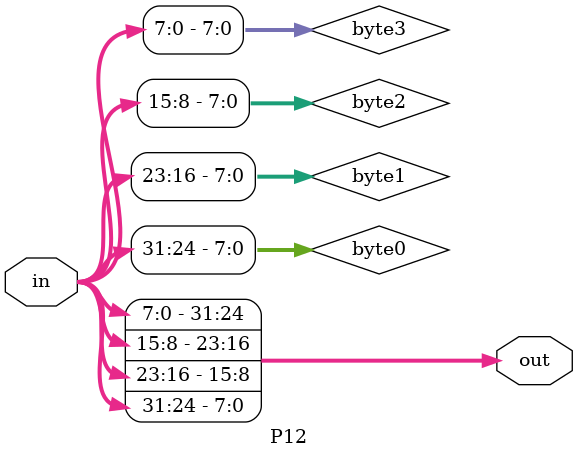
<source format=v>
module P12 (
    input  wire [31:0] in,  // 32-bit 输入向量
    output wire [31:0] out  // 32-bit 输出向量，字节顺序颠倒
);

  // 定义内部信号，用于存储部分选择的结果
  wire [7:0] byte0, byte1, byte2, byte3;

  // 部分选择操作，将输入向量分为4个字节
  assign byte0 = in[31:24];
  assign byte1 = in[23:16];
  assign byte2 = in[15:8];
  assign byte3 = in[7:0];

  // 重新组合字节，以颠倒顺序
  assign out   = {byte3, byte2, byte1, byte0};

endmodule

</source>
